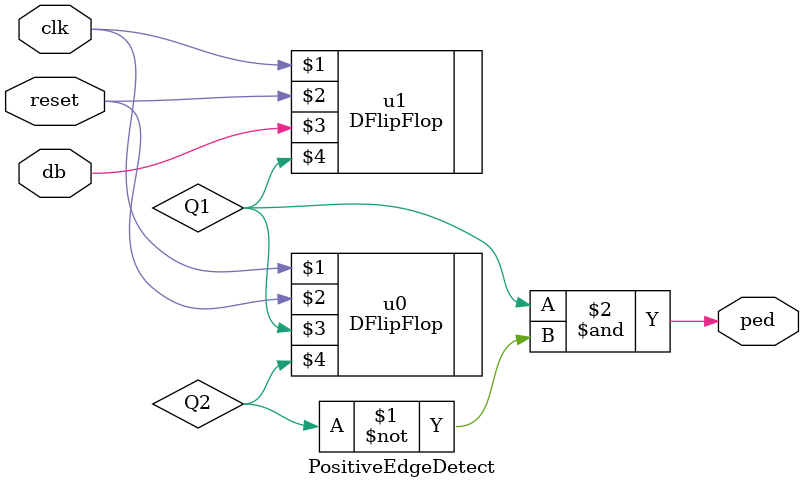
<source format=v>
`timescale 1ns / 1ps

module PositiveEdgeDetect(clk, reset, db, ped);

	input clk, reset, db; 
	
	output ped; 
	
	wire Q1, Q2;
	
	assign ped = ( Q1 & ~Q2 ); 
	
	DFlipFlop u1 ( clk, reset, db, Q1 );
	DFlipFlop u0 ( clk, reset, Q1, Q2 );


endmodule

</source>
